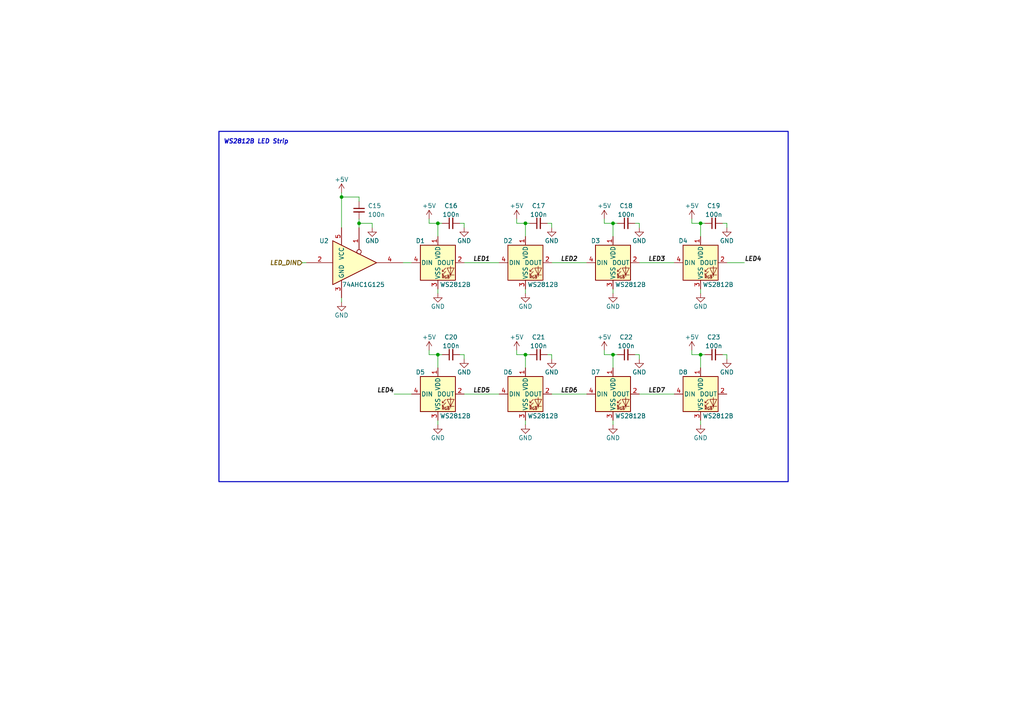
<source format=kicad_sch>
(kicad_sch (version 20230121) (generator eeschema)
  (paper "A4")
  (lib_symbols
    (symbol "74xGxx:74AHC1G125"
      (property "Reference" "U" (at -2.54 3.81 0))
      (property "Value" "74AHC1G125" (at 0 -3.81 0))
      (symbol "74AHC1G125_0_1"
        (polyline (pts (xy -7.62 6.35) (xy -7.62 -6.35) (xy 5.08 0) (xy -7.62 6.35)) (stroke (width 0.254)) (fill (type background)))
      )
      (symbol "74AHC1G125_1_1"
        (pin input inverted (at 0 10.16 270) (length 7.62) (name "~") (number "1"))
        (pin input line (at -15.24 0 0) (length 7.62) (name "~") (number "2"))
        (pin power_in line (at -5.08 -10.16 90) (length 5.08) (name "GND") (number "3"))
        (pin tri_state line (at 12.7 0 180) (length 7.62) (name "~") (number "4"))
        (pin power_in line (at -5.08 10.16 270) (length 5.08) (name "VCC") (number "5"))
      )
    )
    (symbol "Device:C_Small" (pin_numbers hide) (pin_names (offset 0.254) hide)
      (property "Reference" "C" (at 0.254 1.778 0))
      (property "Value" "C_Small" (at 0.254 -2.032 0))
      (symbol "C_Small_0_1"
        (polyline (pts (xy -1.524 -0.508) (xy 1.524 -0.508)) (stroke (width 0.3302)))
        (polyline (pts (xy -1.524 0.508) (xy 1.524 0.508)) (stroke (width 0.3048)))
      )
      (symbol "C_Small_1_1"
        (pin passive line (at 0 2.54 270) (length 2.032) (name "~") (number "1"))
        (pin passive line (at 0 -2.54 90) (length 2.032) (name "~") (number "2"))
      )
    )
    (symbol "LED:WS2812B" (pin_names (offset 0.254))
      (property "Reference" "D" (at 5.08 5.715 0))
      (property "Value" "WS2812B" (at 1.27 -5.715 0))
      (symbol "WS2812B_0_0"
        (text "RGB" (at 2.286 -4.191 0) (effects (font (size 0.762 0.762))))
      )
      (symbol "WS2812B_0_1"
        (polyline (pts (xy 1.27 -3.556) (xy 1.778 -3.556)))
        (polyline (pts (xy 1.27 -2.54) (xy 1.778 -2.54)))
        (polyline (pts (xy 4.699 -3.556) (xy 2.667 -3.556)))
        (polyline (pts (xy 2.286 -2.54) (xy 1.27 -3.556) (xy 1.27 -3.048)))
        (polyline (pts (xy 2.286 -1.524) (xy 1.27 -2.54) (xy 1.27 -2.032)))
        (polyline (pts (xy 3.683 -1.016) (xy 3.683 -3.556) (xy 3.683 -4.064)))
        (polyline (pts (xy 4.699 -1.524) (xy 2.667 -1.524) (xy 3.683 -3.556) (xy 4.699 -1.524)))
        (rectangle (start 5.08 5.08) (end -5.08 -5.08) (stroke (width 0.254)) (fill (type background)))
      )
      (symbol "WS2812B_1_1"
        (pin power_in line (at 0 7.62 270) (length 2.54) (name "VDD") (number "1"))
        (pin output line (at 7.62 0 180) (length 2.54) (name "DOUT") (number "2"))
        (pin power_in line (at 0 -7.62 90) (length 2.54) (name "VSS") (number "3"))
        (pin input line (at -7.62 0 0) (length 2.54) (name "DIN") (number "4"))
      )
    )
    (symbol "power:+5V" (power) (pin_names (offset 0))
      (property "Value" "+5V" (at 0 3.556 0))
      (symbol "+5V_0_1"
        (polyline (pts (xy -0.762 1.27) (xy 0 2.54)))
        (polyline (pts (xy 0 0) (xy 0 2.54)))
        (polyline (pts (xy 0 2.54) (xy 0.762 1.27)))
      )
      (symbol "+5V_1_1"
        (pin power_in line (at 0 0 90) (length 0) hide (name "+5V") (number "1"))
      )
    )
    (symbol "power:GND" (power) (pin_names (offset 0))
      (property "Value" "GND" (at 0 -3.81 0))
      (symbol "GND_0_1"
        (polyline (pts (xy 0 0) (xy 0 -1.27) (xy 1.27 -1.27) (xy 0 -2.54) (xy -1.27 -1.27) (xy 0 -1.27)))
      )
      (symbol "GND_1_1"
        (pin power_in line (at 0 0 270) (length 0) hide (name "GND") (number "1"))
      )
    )
  )
  (junction (at 99.06 57.15))
  (junction (at 203.2 64.77))
  (junction (at 104.14 64.77))
  (junction (at 127 64.77))
  (junction (at 177.8 64.77))
  (junction (at 127 102.87))
  (junction (at 203.2 102.87))
  (junction (at 152.4 64.77))
  (junction (at 152.4 102.87))
  (junction (at 177.8 102.87))
  (wire (pts (xy 160.02 114.3) (xy 170.18 114.3)))
  (wire (pts (xy 133.35 64.77) (xy 134.62 64.77)))
  (wire (pts (xy 210.82 64.77) (xy 210.82 66.04)))
  (wire (pts (xy 104.14 63.5) (xy 104.14 64.77)))
  (wire (pts (xy 99.06 55.88) (xy 99.06 57.15)))
  (wire (pts (xy 210.82 76.2) (xy 215.9 76.2)))
  (wire (pts (xy 203.2 102.87) (xy 203.2 106.68)))
  (wire (pts (xy 209.55 64.77) (xy 210.82 64.77)))
  (wire (pts (xy 152.4 102.87) (xy 153.67 102.87)))
  (wire (pts (xy 124.46 64.77) (xy 127 64.77)))
  (wire (pts (xy 134.62 64.77) (xy 134.62 66.04)))
  (wire (pts (xy 149.86 102.87) (xy 152.4 102.87)))
  (wire (pts (xy 127 123.19) (xy 127 121.92)))
  (wire (pts (xy 200.66 102.87) (xy 203.2 102.87)))
  (wire (pts (xy 177.8 102.87) (xy 179.07 102.87)))
  (wire (pts (xy 209.55 102.87) (xy 210.82 102.87)))
  (wire (pts (xy 152.4 85.09) (xy 152.4 83.82)))
  (wire (pts (xy 200.66 64.77) (xy 203.2 64.77)))
  (wire (pts (xy 99.06 87.63) (xy 99.06 86.36)))
  (wire (pts (xy 127 102.87) (xy 128.27 102.87)))
  (wire (pts (xy 177.8 123.19) (xy 177.8 121.92)))
  (wire (pts (xy 175.26 102.87) (xy 177.8 102.87)))
  (wire (pts (xy 104.14 64.77) (xy 107.95 64.77)))
  (wire (pts (xy 127 64.77) (xy 128.27 64.77)))
  (wire (pts (xy 134.62 76.2) (xy 144.78 76.2)))
  (wire (pts (xy 127 102.87) (xy 127 106.68)))
  (wire (pts (xy 158.75 64.77) (xy 160.02 64.77)))
  (wire (pts (xy 184.15 64.77) (xy 185.42 64.77)))
  (wire (pts (xy 177.8 64.77) (xy 177.8 68.58)))
  (wire (pts (xy 185.42 102.87) (xy 185.42 104.14)))
  (wire (pts (xy 177.8 64.77) (xy 179.07 64.77)))
  (wire (pts (xy 184.15 102.87) (xy 185.42 102.87)))
  (wire (pts (xy 200.66 63.5) (xy 200.66 64.77)))
  (wire (pts (xy 124.46 63.5) (xy 124.46 64.77)))
  (wire (pts (xy 114.3 114.3) (xy 119.38 114.3)))
  (wire (pts (xy 127 64.77) (xy 127 68.58)))
  (wire (pts (xy 185.42 64.77) (xy 185.42 66.04)))
  (wire (pts (xy 175.26 63.5) (xy 175.26 64.77)))
  (wire (pts (xy 203.2 123.19) (xy 203.2 121.92)))
  (wire (pts (xy 99.06 57.15) (xy 104.14 57.15)))
  (wire (pts (xy 116.84 76.2) (xy 119.38 76.2)))
  (wire (pts (xy 177.8 102.87) (xy 177.8 106.68)))
  (wire (pts (xy 149.86 64.77) (xy 152.4 64.77)))
  (wire (pts (xy 87.63 76.2) (xy 88.9 76.2)))
  (wire (pts (xy 200.66 101.6) (xy 200.66 102.87)))
  (wire (pts (xy 133.35 102.87) (xy 134.62 102.87)))
  (wire (pts (xy 185.42 114.3) (xy 195.58 114.3)))
  (wire (pts (xy 203.2 64.77) (xy 204.47 64.77)))
  (wire (pts (xy 203.2 102.87) (xy 204.47 102.87)))
  (wire (pts (xy 152.4 123.19) (xy 152.4 121.92)))
  (wire (pts (xy 152.4 102.87) (xy 152.4 106.68)))
  (wire (pts (xy 160.02 76.2) (xy 170.18 76.2)))
  (wire (pts (xy 152.4 64.77) (xy 152.4 68.58)))
  (wire (pts (xy 104.14 57.15) (xy 104.14 58.42)))
  (wire (pts (xy 99.06 57.15) (xy 99.06 66.04)))
  (wire (pts (xy 175.26 64.77) (xy 177.8 64.77)))
  (wire (pts (xy 158.75 102.87) (xy 160.02 102.87)))
  (wire (pts (xy 203.2 64.77) (xy 203.2 68.58)))
  (wire (pts (xy 185.42 76.2) (xy 195.58 76.2)))
  (wire (pts (xy 160.02 102.87) (xy 160.02 104.14)))
  (wire (pts (xy 149.86 101.6) (xy 149.86 102.87)))
  (wire (pts (xy 104.14 66.04) (xy 104.14 64.77)))
  (wire (pts (xy 127 85.09) (xy 127 83.82)))
  (wire (pts (xy 124.46 101.6) (xy 124.46 102.87)))
  (wire (pts (xy 203.2 85.09) (xy 203.2 83.82)))
  (wire (pts (xy 210.82 102.87) (xy 210.82 104.14)))
  (wire (pts (xy 149.86 63.5) (xy 149.86 64.77)))
  (wire (pts (xy 107.95 64.77) (xy 107.95 66.04)))
  (wire (pts (xy 175.26 101.6) (xy 175.26 102.87)))
  (wire (pts (xy 160.02 64.77) (xy 160.02 66.04)))
  (wire (pts (xy 134.62 114.3) (xy 144.78 114.3)))
  (wire (pts (xy 177.8 85.09) (xy 177.8 83.82)))
  (wire (pts (xy 124.46 102.87) (xy 127 102.87)))
  (wire (pts (xy 152.4 64.77) (xy 153.67 64.77)))
  (wire (pts (xy 134.62 102.87) (xy 134.62 104.14)))
  (rectangle (start 63.5 38.1) (end 228.6 139.7) (stroke (width 0.3)))
  (text "WS2812B LED Strip" (at 64.77 41.91 0) (effects (font (size 1.27 1.27) bold italic) (justify left bottom)))
  (label "LED4" (at 114.3 114.3 180) (effects (font bold italic)))
  (label "LED2" (at 162.56 76.2 0) (effects (font bold italic)))
  (label "LED5" (at 137.16 114.3 0) (effects (font bold italic)))
  (label "LED1" (at 137.16 76.2 0) (effects (font bold italic)))
  (label "LED4" (at 215.9 76.2 0) (effects (font bold italic)))
  (label "LED6" (at 162.56 114.3 0) (effects (font bold italic)))
  (label "LED3" (at 187.96 76.2 0) (effects (font bold italic)))
  (label "LED7" (at 187.96 114.3 0) (effects (font bold italic)))
  (hierarchical_label "LED_DIN" (shape input) (at 87.63 76.2 180) (effects (font bold italic)))
  (symbol (lib_id "power:+5V") (at 124.46 101.6 0) (unit 1)
    (property "Reference" "#PWR064" (effects hide))
    (property "Value" "+5V" (at 124.46 97.79 0))
  )
  (symbol (lib_id "power:+5V") (at 200.66 101.6 0) (unit 1)
    (property "Reference" "#PWR067" (effects hide))
    (property "Value" "+5V" (at 200.66 97.79 0))
  )
  (symbol (lib_id "power:GND") (at 99.06 87.63 0) (unit 1)
    (property "Reference" "#PWR063" (effects hide))
    (property "Value" "GND" (at 99.06 91.44 0))
  )
  (symbol (lib_id "power:+5V") (at 175.26 63.5 0) (unit 1)
    (property "Reference" "#PWR052" (effects hide))
    (property "Value" "+5V" (at 175.26 59.69 0))
  )
  (symbol (lib_id "power:GND") (at 152.4 85.09 0) (unit 1)
    (property "Reference" "#PWR060" (effects hide))
    (property "Value" "GND" (at 152.4 88.9 0))
  )
  (symbol (lib_id "74xGxx:74AHC1G125") (at 104.14 76.2 0) (unit 1)
    (property "Reference" "U2" (at 93.98 69.85 0))
    (property "Value" "74AHC1G125" (at 105.41 82.55 0))
    (property "Footprint" "Package_TO_SOT_SMD:SOT-23-5" (effects hide))
    (property "Datasheet" "http://www.ti.com/lit/sg/scyt129e/scyt129e.pdf" (effects hide))
  )
  (symbol (lib_id "Device:C_Small") (at 156.21 64.77 90) (unit 1)
    (property "Reference" "C17" (at 156.21 59.69 90))
    (property "Value" "100n" (at 156.21 62.23 90))
    (property "Footprint" "Capacitor_SMD:C_1206_3216Metric_Pad1.33x1.80mm_HandSolder" (effects hide))
  )
  (symbol (lib_id "power:GND") (at 203.2 123.19 0) (unit 1)
    (property "Reference" "#PWR075" (effects hide))
    (property "Value" "GND" (at 203.2 127 0))
  )
  (symbol (lib_id "power:GND") (at 210.82 104.14 0) (unit 1)
    (property "Reference" "#PWR071" (effects hide))
    (property "Value" "GND" (at 210.82 107.95 0))
  )
  (symbol (lib_id "Device:C_Small") (at 207.01 102.87 90) (unit 1)
    (property "Reference" "C23" (at 207.01 97.79 90))
    (property "Value" "100n" (at 207.01 100.33 90))
    (property "Footprint" "Capacitor_SMD:C_1206_3216Metric_Pad1.33x1.80mm_HandSolder" (effects hide))
  )
  (symbol (lib_id "Device:C_Small") (at 181.61 102.87 90) (unit 1)
    (property "Reference" "C22" (at 181.61 97.79 90))
    (property "Value" "100n" (at 181.61 100.33 90))
    (property "Footprint" "Capacitor_SMD:C_1206_3216Metric_Pad1.33x1.80mm_HandSolder" (effects hide))
  )
  (symbol (lib_id "power:GND") (at 177.8 85.09 0) (unit 1)
    (property "Reference" "#PWR061" (effects hide))
    (property "Value" "GND" (at 177.8 88.9 0))
  )
  (symbol (lib_id "power:+5V") (at 200.66 63.5 0) (unit 1)
    (property "Reference" "#PWR053" (effects hide))
    (property "Value" "+5V" (at 200.66 59.69 0))
  )
  (symbol (lib_id "power:+5V") (at 149.86 63.5 0) (unit 1)
    (property "Reference" "#PWR051" (effects hide))
    (property "Value" "+5V" (at 149.86 59.69 0))
  )
  (symbol (lib_id "Device:C_Small") (at 130.81 64.77 90) (unit 1)
    (property "Reference" "C16" (at 130.81 59.69 90))
    (property "Value" "100n" (at 130.81 62.23 90))
    (property "Footprint" "Capacitor_SMD:C_1206_3216Metric_Pad1.33x1.80mm_HandSolder" (effects hide))
  )
  (symbol (lib_id "LED:WS2812B") (at 127 114.3 0) (unit 1)
    (property "Reference" "D5" (at 121.92 107.95 0))
    (property "Value" "WS2812B" (at 132.08 120.65 0))
    (property "Footprint" "LED_SMD:LED_WS2812B_PLCC4_5.0x5.0mm_P3.2mm" (effects hide))
    (property "Datasheet" "https://cdn-shop.adafruit.com/datasheets/WS2812B.pdf" (effects hide))
  )
  (symbol (lib_id "power:GND") (at 210.82 66.04 0) (unit 1)
    (property "Reference" "#PWR058" (effects hide))
    (property "Value" "GND" (at 210.82 69.85 0))
  )
  (symbol (lib_id "LED:WS2812B") (at 177.8 114.3 0) (unit 1)
    (property "Reference" "D7" (at 172.72 107.95 0))
    (property "Value" "WS2812B" (at 182.88 120.65 0))
    (property "Footprint" "LED_SMD:LED_WS2812B_PLCC4_5.0x5.0mm_P3.2mm" (effects hide))
    (property "Datasheet" "https://cdn-shop.adafruit.com/datasheets/WS2812B.pdf" (effects hide))
  )
  (symbol (lib_id "Device:C_Small") (at 207.01 64.77 90) (unit 1)
    (property "Reference" "C19" (at 207.01 59.69 90))
    (property "Value" "100n" (at 207.01 62.23 90))
    (property "Footprint" "Capacitor_SMD:C_1206_3216Metric_Pad1.33x1.80mm_HandSolder" (effects hide))
  )
  (symbol (lib_id "LED:WS2812B") (at 127 76.2 0) (unit 1)
    (property "Reference" "D1" (at 121.92 69.85 0))
    (property "Value" "WS2812B" (at 132.08 82.55 0))
    (property "Footprint" "LED_SMD:LED_WS2812B_PLCC4_5.0x5.0mm_P3.2mm" (effects hide))
    (property "Datasheet" "https://cdn-shop.adafruit.com/datasheets/WS2812B.pdf" (effects hide))
  )
  (symbol (lib_id "LED:WS2812B") (at 177.8 76.2 0) (unit 1)
    (property "Reference" "D3" (at 172.72 69.85 0))
    (property "Value" "WS2812B" (at 182.88 82.55 0))
    (property "Footprint" "LED_SMD:LED_WS2812B_PLCC4_5.0x5.0mm_P3.2mm" (effects hide))
    (property "Datasheet" "https://cdn-shop.adafruit.com/datasheets/WS2812B.pdf" (effects hide))
  )
  (symbol (lib_id "LED:WS2812B") (at 203.2 76.2 0) (unit 1)
    (property "Reference" "D4" (at 198.12 69.85 0))
    (property "Value" "WS2812B" (at 208.28 82.55 0))
    (property "Footprint" "LED_SMD:LED_WS2812B_PLCC4_5.0x5.0mm_P3.2mm" (effects hide))
    (property "Datasheet" "https://cdn-shop.adafruit.com/datasheets/WS2812B.pdf" (effects hide))
  )
  (symbol (lib_id "power:GND") (at 185.42 66.04 0) (unit 1)
    (property "Reference" "#PWR057" (effects hide))
    (property "Value" "GND" (at 185.42 69.85 0))
  )
  (symbol (lib_id "power:GND") (at 107.95 66.04 0) (unit 1)
    (property "Reference" "#PWR054" (effects hide))
    (property "Value" "GND" (at 107.95 69.85 0))
  )
  (symbol (lib_id "LED:WS2812B") (at 152.4 76.2 0) (unit 1)
    (property "Reference" "D2" (at 147.32 69.85 0))
    (property "Value" "WS2812B" (at 157.48 82.55 0))
    (property "Footprint" "LED_SMD:LED_WS2812B_PLCC4_5.0x5.0mm_P3.2mm" (effects hide))
    (property "Datasheet" "https://cdn-shop.adafruit.com/datasheets/WS2812B.pdf" (effects hide))
  )
  (symbol (lib_id "power:GND") (at 177.8 123.19 0) (unit 1)
    (property "Reference" "#PWR074" (effects hide))
    (property "Value" "GND" (at 177.8 127 0))
  )
  (symbol (lib_id "power:GND") (at 127 123.19 0) (unit 1)
    (property "Reference" "#PWR072" (effects hide))
    (property "Value" "GND" (at 127 127 0))
  )
  (symbol (lib_id "power:GND") (at 152.4 123.19 0) (unit 1)
    (property "Reference" "#PWR073" (effects hide))
    (property "Value" "GND" (at 152.4 127 0))
  )
  (symbol (lib_id "power:GND") (at 160.02 66.04 0) (unit 1)
    (property "Reference" "#PWR056" (effects hide))
    (property "Value" "GND" (at 160.02 69.85 0))
  )
  (symbol (lib_id "power:GND") (at 160.02 104.14 0) (unit 1)
    (property "Reference" "#PWR069" (effects hide))
    (property "Value" "GND" (at 160.02 107.95 0))
  )
  (symbol (lib_id "power:GND") (at 134.62 66.04 0) (unit 1)
    (property "Reference" "#PWR055" (effects hide))
    (property "Value" "GND" (at 134.62 69.85 0))
  )
  (symbol (lib_id "power:+5V") (at 124.46 63.5 0) (unit 1)
    (property "Reference" "#PWR050" (effects hide))
    (property "Value" "+5V" (at 124.46 59.69 0))
  )
  (symbol (lib_id "power:GND") (at 185.42 104.14 0) (unit 1)
    (property "Reference" "#PWR070" (effects hide))
    (property "Value" "GND" (at 185.42 107.95 0))
  )
  (symbol (lib_id "Device:C_Small") (at 181.61 64.77 90) (unit 1)
    (property "Reference" "C18" (at 181.61 59.69 90))
    (property "Value" "100n" (at 181.61 62.23 90))
    (property "Footprint" "Capacitor_SMD:C_1206_3216Metric_Pad1.33x1.80mm_HandSolder" (effects hide))
  )
  (symbol (lib_id "power:GND") (at 203.2 85.09 0) (unit 1)
    (property "Reference" "#PWR062" (effects hide))
    (property "Value" "GND" (at 203.2 88.9 0))
  )
  (symbol (lib_id "power:+5V") (at 99.06 55.88 0) (unit 1)
    (property "Reference" "#PWR049" (effects hide))
    (property "Value" "+5V" (at 99.06 52.07 0))
  )
  (symbol (lib_id "power:+5V") (at 175.26 101.6 0) (unit 1)
    (property "Reference" "#PWR066" (effects hide))
    (property "Value" "+5V" (at 175.26 97.79 0))
  )
  (symbol (lib_id "Device:C_Small") (at 156.21 102.87 90) (unit 1)
    (property "Reference" "C21" (at 156.21 97.79 90))
    (property "Value" "100n" (at 156.21 100.33 90))
    (property "Footprint" "Capacitor_SMD:C_1206_3216Metric_Pad1.33x1.80mm_HandSolder" (effects hide))
  )
  (symbol (lib_id "Device:C_Small") (at 130.81 102.87 90) (unit 1)
    (property "Reference" "C20" (at 130.81 97.79 90))
    (property "Value" "100n" (at 130.81 100.33 90))
    (property "Footprint" "Capacitor_SMD:C_1206_3216Metric_Pad1.33x1.80mm_HandSolder" (effects hide))
  )
  (symbol (lib_id "LED:WS2812B") (at 152.4 114.3 0) (unit 1)
    (property "Reference" "D6" (at 147.32 107.95 0))
    (property "Value" "WS2812B" (at 157.48 120.65 0))
    (property "Footprint" "LED_SMD:LED_WS2812B_PLCC4_5.0x5.0mm_P3.2mm" (effects hide))
    (property "Datasheet" "https://cdn-shop.adafruit.com/datasheets/WS2812B.pdf" (effects hide))
  )
  (symbol (lib_id "Device:C_Small") (at 104.14 60.96 0) (unit 1)
    (property "Reference" "C15" (at 106.68 59.6963 0) (effects (justify left)))
    (property "Value" "100n" (at 106.68 62.2363 0) (effects (justify left)))
    (property "Footprint" "Capacitor_SMD:C_1206_3216Metric_Pad1.33x1.80mm_HandSolder" (effects hide))
  )
  (symbol (lib_id "power:+5V") (at 149.86 101.6 0) (unit 1)
    (property "Reference" "#PWR065" (effects hide))
    (property "Value" "+5V" (at 149.86 97.79 0))
  )
  (symbol (lib_id "LED:WS2812B") (at 203.2 114.3 0) (unit 1)
    (property "Reference" "D8" (at 198.12 107.95 0))
    (property "Value" "WS2812B" (at 208.28 120.65 0))
    (property "Footprint" "LED_SMD:LED_WS2812B_PLCC4_5.0x5.0mm_P3.2mm" (effects hide))
    (property "Datasheet" "https://cdn-shop.adafruit.com/datasheets/WS2812B.pdf" (effects hide))
  )
  (symbol (lib_id "power:GND") (at 127 85.09 0) (unit 1)
    (property "Reference" "#PWR059" (effects hide))
    (property "Value" "GND" (at 127 88.9 0))
  )
  (symbol (lib_id "power:GND") (at 134.62 104.14 0) (unit 1)
    (property "Reference" "#PWR068" (effects hide))
    (property "Value" "GND" (at 134.62 107.95 0))
  )
)
</source>
